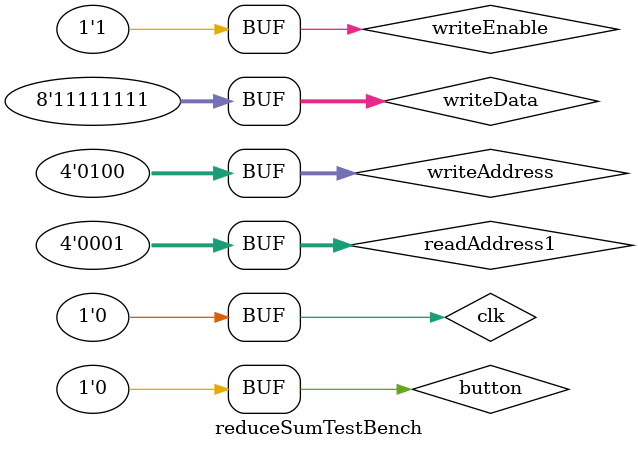
<source format=sv>
`timescale 1ns / 1ps


//module reduceSumTestBench();
//logic clk, button;
////logic writeEnable;
//logic [3:0] writeAddress;
//logic [7:0] writeData;
//logic [3:0] readAddress2;
//logic [7:0] readData2;
//logic [11:0] sum;
//reduceSum dut(clk, button, writeAddress,  writeData, readAddress2, readData2, sum);

//always begin
//  clk <= 1; #5;
//  clk <= 0; #5;
// end 
 
 
// initial begin
 
 
// //readAddress2 <= 4'b0000; #10;
// writeAddress <= 4'b0001; writeData <= 8'b1111_1111; #10;
// writeAddress <= 4'b0011; writeData <= 8'b1111_1010; #10;
// writeAddress <= 4'b0100; writeData <= 8'b1000_1111; #10;
//// writeAddress <= 4'b1000; writeData <= 8'b1111_1111; #10;
//// writeAddress <= 4'b1110; writeData <= 8'b0111_1111; #10;
 
// button <= 1;  #10;
//  //button <= 1;  #10;
// //button <= 0; #10;

// //writeEnable <= 1; writeAddress <= 4'b1110; writeData <= 8'b1111_1111; #10;
 
// //button <= 1; #10;

// end
//endmodule
module reduceSumTestBench();
logic clk,  button, writeEnable;
logic [3:0] writeAddress, readAddress1 ,readAddress2;
logic [7:0] writeData, readData1, readData2;
logic [11:0] sum;

memoryModule m( clk, writeEnable, writeAddress, readAddress1, readAddress2, writeData, readData1, readData2);
reduceSum dut(clk, button, readData2, readAddress2, sum);



always begin
  clk <= 1; #5;
  clk <= 0; #5;
 end 
 
 
 initial begin
 
 
 writeEnable <= 1;
 
 //readAddress2 <= 4'b0000; 
 readAddress1 <= 4'b0001; #10;
 writeAddress <= 4'b0000; writeData <= 8'b0000_0001; #10;
 writeAddress <= 4'b0001; writeData <= 8'b0000_0010; #10;
 writeAddress <= 4'b0011; writeData <= 8'b0000_0011; #10;
 writeAddress <= 4'b0100; writeData <= 8'b1111_1111; #10;
// writeAddress <= 4'b1000; writeData <= 8'b1111_1111; #10;
 //writeAddress <= 4'b1110; writeData <= 8'b0111_1111; #10;
 
 button <= 1; #10;
 button <= 0; #10;
 
 //writeAddress <= 4'b1111; writeData <= 8'b0000_0100; #10;
// //button <= 1; #10;
 
// //writeEnable <= 0; #10;
// writeEnable <= 1; writeAddress <= 4'b1110; writeData <= 8'b1111_1111; #10;
 
//button <= 1; #10;
// button <= 0; #10;

//button <= 1; #10;
// button <= 0; #10;
 end
endmodule
</source>
